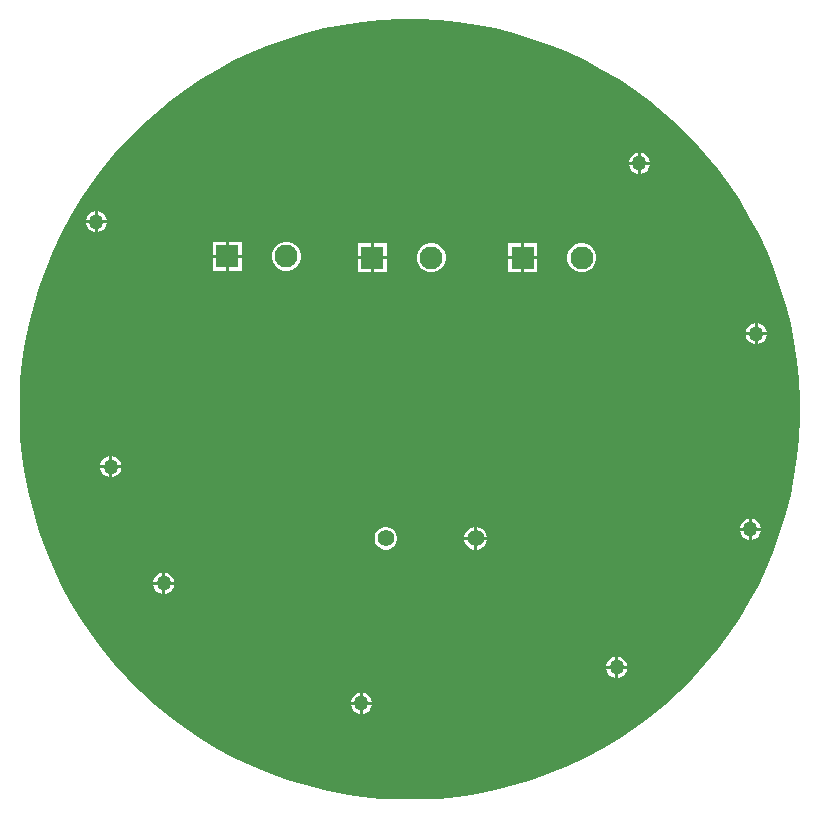
<source format=gbl>
G04*
G04 #@! TF.GenerationSoftware,Altium Limited,Altium Designer,21.7.2 (23)*
G04*
G04 Layer_Physical_Order=2*
G04 Layer_Color=16711680*
%FSLAX25Y25*%
%MOIN*%
G70*
G04*
G04 #@! TF.SameCoordinates,14A67933-5EF9-4AFF-BA5B-A8FCC5FD6F51*
G04*
G04*
G04 #@! TF.FilePolarity,Positive*
G04*
G01*
G75*
%ADD46C,0.07677*%
%ADD47R,0.07677X0.07677*%
%ADD48C,0.05543*%
%ADD49C,0.05000*%
G36*
X265573Y489781D02*
X271930Y489155D01*
X278248Y488217D01*
X284512Y486971D01*
X290708Y485419D01*
X296820Y483565D01*
X302834Y481414D01*
X308735Y478969D01*
X314509Y476238D01*
X320143Y473227D01*
X325621Y469944D01*
X330932Y466395D01*
X336062Y462590D01*
X341000Y458538D01*
X345732Y454249D01*
X350249Y449732D01*
X354538Y445000D01*
X358590Y440062D01*
X362395Y434932D01*
X365944Y429621D01*
X369227Y424143D01*
X372238Y418509D01*
X374969Y412735D01*
X377414Y406834D01*
X379565Y400820D01*
X381419Y394708D01*
X382971Y388512D01*
X384218Y382248D01*
X385155Y375930D01*
X385781Y369573D01*
X386094Y363194D01*
Y360000D01*
Y356806D01*
X385781Y350427D01*
X385155Y344070D01*
X384218Y337752D01*
X382971Y331488D01*
X381419Y325292D01*
X379565Y319180D01*
X377414Y313166D01*
X374969Y307265D01*
X372238Y301490D01*
X369227Y295858D01*
X365944Y290379D01*
X362395Y285068D01*
X358590Y279938D01*
X354538Y275000D01*
X350249Y270268D01*
X345732Y265751D01*
X341000Y261462D01*
X336062Y257410D01*
X330932Y253605D01*
X325621Y250056D01*
X320143Y246773D01*
X314509Y243762D01*
X308735Y241031D01*
X302834Y238586D01*
X296820Y236435D01*
X290708Y234580D01*
X284512Y233029D01*
X278248Y231783D01*
X271930Y230845D01*
X265573Y230219D01*
X259194Y229906D01*
X252806D01*
X246427Y230219D01*
X240070Y230845D01*
X233752Y231783D01*
X227488Y233029D01*
X221292Y234580D01*
X215179Y236435D01*
X209166Y238586D01*
X203265Y241031D01*
X197491Y243762D01*
X191858Y246773D01*
X186379Y250056D01*
X181068Y253605D01*
X175938Y257410D01*
X171000Y261462D01*
X166268Y265751D01*
X161751Y270268D01*
X157462Y275000D01*
X153410Y279938D01*
X149605Y285068D01*
X146056Y290379D01*
X142773Y295858D01*
X139762Y301490D01*
X137031Y307265D01*
X134587Y313166D01*
X132435Y319180D01*
X130580Y325292D01*
X129029Y331488D01*
X127782Y337752D01*
X126845Y344070D01*
X126219Y350427D01*
X125906Y356806D01*
Y360000D01*
Y363194D01*
X126219Y369573D01*
X126845Y375930D01*
X127782Y382248D01*
X129029Y388512D01*
X130580Y394708D01*
X132435Y400820D01*
X134587Y406834D01*
X137031Y412735D01*
X139762Y418509D01*
X142773Y424143D01*
X146056Y429621D01*
X149605Y434932D01*
X153410Y440062D01*
X157462Y445000D01*
X161751Y449732D01*
X166268Y454249D01*
X171000Y458538D01*
X175938Y462590D01*
X181068Y466395D01*
X186379Y469944D01*
X191858Y473227D01*
X197491Y476238D01*
X203265Y478969D01*
X209166Y481414D01*
X215179Y483565D01*
X221292Y485419D01*
X227488Y486971D01*
X233752Y488217D01*
X240070Y489155D01*
X246427Y489781D01*
X252806Y490094D01*
X259194D01*
X265573Y489781D01*
D02*
G37*
%LPC*%
G36*
X333000Y445490D02*
Y442500D01*
X335989D01*
X335761Y443351D01*
X335301Y444149D01*
X334649Y444801D01*
X333851Y445261D01*
X333000Y445490D01*
D02*
G37*
G36*
X332000D02*
X331149Y445261D01*
X330351Y444801D01*
X329699Y444149D01*
X329239Y443351D01*
X329011Y442500D01*
X332000D01*
Y445490D01*
D02*
G37*
G36*
X335989Y441500D02*
X333000D01*
Y438511D01*
X333851Y438738D01*
X334649Y439199D01*
X335301Y439851D01*
X335761Y440649D01*
X335989Y441500D01*
D02*
G37*
G36*
X332000D02*
X329011D01*
X329239Y440649D01*
X329699Y439851D01*
X330351Y439199D01*
X331149Y438738D01*
X332000Y438511D01*
Y441500D01*
D02*
G37*
G36*
X152000Y425989D02*
Y423000D01*
X154990D01*
X154762Y423851D01*
X154301Y424649D01*
X153649Y425301D01*
X152851Y425762D01*
X152000Y425989D01*
D02*
G37*
G36*
X151000D02*
X150149Y425762D01*
X149351Y425301D01*
X148699Y424649D01*
X148239Y423851D01*
X148011Y423000D01*
X151000D01*
Y425989D01*
D02*
G37*
G36*
X154990Y422000D02*
X152000D01*
Y419010D01*
X152851Y419239D01*
X153649Y419699D01*
X154301Y420351D01*
X154762Y421149D01*
X154990Y422000D01*
D02*
G37*
G36*
X151000D02*
X148011D01*
X148239Y421149D01*
X148699Y420351D01*
X149351Y419699D01*
X150149Y419239D01*
X151000Y419010D01*
Y422000D01*
D02*
G37*
G36*
X199996Y415839D02*
X195658D01*
Y411500D01*
X199996D01*
Y415839D01*
D02*
G37*
G36*
X194658D02*
X190319D01*
Y411500D01*
X194658D01*
Y415839D01*
D02*
G37*
G36*
X298496Y415339D02*
X294158D01*
Y411000D01*
X298496D01*
Y415339D01*
D02*
G37*
G36*
X293158D02*
X288819D01*
Y411000D01*
X293158D01*
Y415339D01*
D02*
G37*
G36*
X248339D02*
X244000D01*
Y411000D01*
X248339D01*
Y415339D01*
D02*
G37*
G36*
X243000D02*
X238661D01*
Y411000D01*
X243000D01*
Y415339D01*
D02*
G37*
G36*
X215479Y415839D02*
X214206D01*
X212975Y415509D01*
X211872Y414872D01*
X210971Y413971D01*
X210334Y412868D01*
X210004Y411637D01*
Y410363D01*
X210334Y409132D01*
X210971Y408029D01*
X211872Y407128D01*
X212975Y406491D01*
X214206Y406161D01*
X215479D01*
X216710Y406491D01*
X217813Y407128D01*
X218714Y408029D01*
X219351Y409132D01*
X219681Y410363D01*
Y411637D01*
X219351Y412868D01*
X218714Y413971D01*
X217813Y414872D01*
X216710Y415509D01*
X215479Y415839D01*
D02*
G37*
G36*
X199996Y410500D02*
X195658D01*
Y406161D01*
X199996D01*
Y410500D01*
D02*
G37*
G36*
X194658D02*
X190319D01*
Y406161D01*
X194658D01*
Y410500D01*
D02*
G37*
G36*
X313980Y415339D02*
X312705D01*
X311475Y415009D01*
X310372Y414372D01*
X309471Y413471D01*
X308834Y412368D01*
X308504Y411137D01*
Y409863D01*
X308834Y408632D01*
X309471Y407529D01*
X310372Y406628D01*
X311475Y405991D01*
X312705Y405661D01*
X313980D01*
X315210Y405991D01*
X316314Y406628D01*
X317214Y407529D01*
X317851Y408632D01*
X318181Y409863D01*
Y411137D01*
X317851Y412368D01*
X317214Y413471D01*
X316314Y414372D01*
X315210Y415009D01*
X313980Y415339D01*
D02*
G37*
G36*
X298496Y410000D02*
X294158D01*
Y405661D01*
X298496D01*
Y410000D01*
D02*
G37*
G36*
X293158D02*
X288819D01*
Y405661D01*
X293158D01*
Y410000D01*
D02*
G37*
G36*
X263822Y415339D02*
X262548D01*
X261317Y415009D01*
X260214Y414372D01*
X259313Y413471D01*
X258676Y412368D01*
X258347Y411137D01*
Y409863D01*
X258676Y408632D01*
X259313Y407529D01*
X260214Y406628D01*
X261317Y405991D01*
X262548Y405661D01*
X263822D01*
X265053Y405991D01*
X266156Y406628D01*
X267057Y407529D01*
X267694Y408632D01*
X268024Y409863D01*
Y411137D01*
X267694Y412368D01*
X267057Y413471D01*
X266156Y414372D01*
X265053Y415009D01*
X263822Y415339D01*
D02*
G37*
G36*
X248339Y410000D02*
X244000D01*
Y405661D01*
X248339D01*
Y410000D01*
D02*
G37*
G36*
X243000D02*
X238661D01*
Y405661D01*
X243000D01*
Y410000D01*
D02*
G37*
G36*
X371937Y388671D02*
Y385681D01*
X374927D01*
X374699Y386532D01*
X374238Y387330D01*
X373587Y387982D01*
X372789Y388443D01*
X371937Y388671D01*
D02*
G37*
G36*
X370937D02*
X370087Y388443D01*
X369288Y387982D01*
X368637Y387330D01*
X368176Y386532D01*
X367948Y385681D01*
X370937D01*
Y388671D01*
D02*
G37*
G36*
X374927Y384681D02*
X371937D01*
Y381692D01*
X372789Y381920D01*
X373587Y382381D01*
X374238Y383032D01*
X374699Y383830D01*
X374927Y384681D01*
D02*
G37*
G36*
X370937D02*
X367948D01*
X368176Y383830D01*
X368637Y383032D01*
X369288Y382381D01*
X370087Y381920D01*
X370937Y381692D01*
Y384681D01*
D02*
G37*
G36*
X156831Y344379D02*
Y341390D01*
X159820D01*
X159592Y342241D01*
X159131Y343039D01*
X158480Y343690D01*
X157682Y344151D01*
X156831Y344379D01*
D02*
G37*
G36*
X155831D02*
X154980Y344151D01*
X154182Y343690D01*
X153530Y343039D01*
X153069Y342241D01*
X152841Y341390D01*
X155831D01*
Y344379D01*
D02*
G37*
G36*
X159820Y340390D02*
X156831D01*
Y337400D01*
X157682Y337628D01*
X158480Y338089D01*
X159131Y338741D01*
X159592Y339539D01*
X159820Y340390D01*
D02*
G37*
G36*
X155831D02*
X152841D01*
X153069Y339539D01*
X153530Y338741D01*
X154182Y338089D01*
X154980Y337628D01*
X155831Y337400D01*
Y340390D01*
D02*
G37*
G36*
X370000Y323489D02*
Y320500D01*
X372990D01*
X372762Y321351D01*
X372301Y322149D01*
X371649Y322801D01*
X370851Y323261D01*
X370000Y323489D01*
D02*
G37*
G36*
X369000D02*
X368149Y323261D01*
X367351Y322801D01*
X366699Y322149D01*
X366238Y321351D01*
X366010Y320500D01*
X369000D01*
Y323489D01*
D02*
G37*
G36*
X278461Y320771D02*
Y317500D01*
X281731D01*
X281475Y318456D01*
X280979Y319316D01*
X280276Y320018D01*
X279416Y320515D01*
X278461Y320771D01*
D02*
G37*
G36*
X277461D02*
X276505Y320515D01*
X275645Y320018D01*
X274943Y319316D01*
X274446Y318456D01*
X274190Y317500D01*
X277461D01*
Y320771D01*
D02*
G37*
G36*
X372990Y319500D02*
X370000D01*
Y316511D01*
X370851Y316739D01*
X371649Y317199D01*
X372301Y317851D01*
X372762Y318649D01*
X372990Y319500D01*
D02*
G37*
G36*
X369000D02*
X366010D01*
X366238Y318649D01*
X366699Y317851D01*
X367351Y317199D01*
X368149Y316739D01*
X369000Y316511D01*
Y319500D01*
D02*
G37*
G36*
X281731Y316500D02*
X278461D01*
Y313229D01*
X279416Y313485D01*
X280276Y313982D01*
X280979Y314684D01*
X281475Y315544D01*
X281731Y316500D01*
D02*
G37*
G36*
X277461D02*
X274190D01*
X274446Y315544D01*
X274943Y314684D01*
X275645Y313982D01*
X276505Y313485D01*
X277461Y313229D01*
Y316500D01*
D02*
G37*
G36*
X248536Y320772D02*
X247543D01*
X246584Y320515D01*
X245724Y320018D01*
X245021Y319316D01*
X244525Y318456D01*
X244268Y317496D01*
Y316504D01*
X244525Y315544D01*
X245021Y314684D01*
X245724Y313982D01*
X246584Y313485D01*
X247543Y313228D01*
X248536D01*
X249495Y313485D01*
X250355Y313982D01*
X251057Y314684D01*
X251554Y315544D01*
X251811Y316504D01*
Y317496D01*
X251554Y318456D01*
X251057Y319316D01*
X250355Y320018D01*
X249495Y320515D01*
X248536Y320772D01*
D02*
G37*
G36*
X174500Y305489D02*
Y302500D01*
X177489D01*
X177261Y303351D01*
X176801Y304149D01*
X176149Y304801D01*
X175351Y305261D01*
X174500Y305489D01*
D02*
G37*
G36*
X173500D02*
X172649Y305261D01*
X171851Y304801D01*
X171199Y304149D01*
X170738Y303351D01*
X170510Y302500D01*
X173500D01*
Y305489D01*
D02*
G37*
G36*
X177489Y301500D02*
X174500D01*
Y298511D01*
X175351Y298739D01*
X176149Y299199D01*
X176801Y299851D01*
X177261Y300649D01*
X177489Y301500D01*
D02*
G37*
G36*
X173500D02*
X170510D01*
X170738Y300649D01*
X171199Y299851D01*
X171851Y299199D01*
X172649Y298739D01*
X173500Y298511D01*
Y301500D01*
D02*
G37*
G36*
X325500Y277489D02*
Y274500D01*
X328489D01*
X328261Y275351D01*
X327801Y276149D01*
X327149Y276801D01*
X326351Y277261D01*
X325500Y277489D01*
D02*
G37*
G36*
X324500D02*
X323649Y277261D01*
X322851Y276801D01*
X322199Y276149D01*
X321739Y275351D01*
X321511Y274500D01*
X324500D01*
Y277489D01*
D02*
G37*
G36*
X328489Y273500D02*
X325500D01*
Y270511D01*
X326351Y270739D01*
X327149Y271199D01*
X327801Y271851D01*
X328261Y272649D01*
X328489Y273500D01*
D02*
G37*
G36*
X324500D02*
X321511D01*
X321739Y272649D01*
X322199Y271851D01*
X322851Y271199D01*
X323649Y270739D01*
X324500Y270511D01*
Y273500D01*
D02*
G37*
G36*
X240386Y265462D02*
Y262472D01*
X243375D01*
X243147Y263323D01*
X242687Y264122D01*
X242035Y264773D01*
X241237Y265234D01*
X240386Y265462D01*
D02*
G37*
G36*
X239386D02*
X238535Y265234D01*
X237737Y264773D01*
X237085Y264122D01*
X236624Y263323D01*
X236396Y262472D01*
X239386D01*
Y265462D01*
D02*
G37*
G36*
X243375Y261472D02*
X240386D01*
Y258483D01*
X241237Y258711D01*
X242035Y259172D01*
X242687Y259823D01*
X243147Y260622D01*
X243375Y261472D01*
D02*
G37*
G36*
X239386D02*
X236396D01*
X236624Y260622D01*
X237085Y259823D01*
X237737Y259172D01*
X238535Y258711D01*
X239386Y258483D01*
Y261472D01*
D02*
G37*
%LPD*%
D46*
X263185Y410500D02*
D03*
X214843Y411000D02*
D03*
X313342Y410500D02*
D03*
D47*
X243500D02*
D03*
X195158Y411000D02*
D03*
X293657Y410500D02*
D03*
D48*
X248039Y317000D02*
D03*
X277961D02*
D03*
D49*
X151500Y422500D02*
D03*
X325000Y274000D02*
D03*
X369500Y320000D02*
D03*
X332500Y442000D02*
D03*
X371438Y385181D02*
D03*
X239886Y261972D02*
D03*
X174000Y302000D02*
D03*
X156331Y340890D02*
D03*
M02*

</source>
